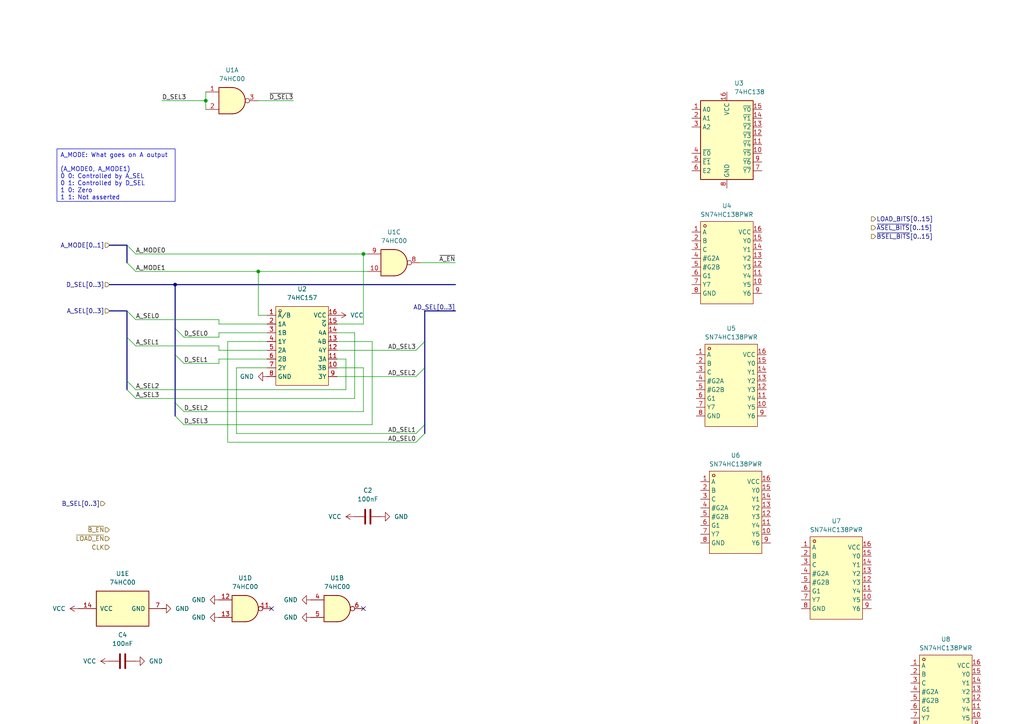
<source format=kicad_sch>
(kicad_sch (version 20250114) (generator "eeschema") (generator_version "9.0")
  (paper "A4")
  (lib_symbols
    (symbol "74xx:74HC00" (pin_names (offset 1.016))
      (property "Reference" "U" (at 0 1.27 0))
      (property "Value" "74HC00" (at 0 -1.27 0))
      (symbol "74HC00_1_1"
        (arc (start 0 3.81) (mid 3.7934 0) (end 0 -3.81) (stroke (width 0.254)) (fill (type background)))
        (polyline (pts (xy 0 3.81) (xy -3.81 3.81) (xy -3.81 -3.81) (xy 0 -3.81)) (stroke (width 0.254)) (fill (type background)))
        (pin input line (at -7.62 2.54 0) (length 3.81) (name "~") (number "1"))
        (pin input line (at -7.62 -2.54 0) (length 3.81) (name "~") (number "2"))
        (pin output inverted (at 7.62 0 180) (length 3.81) (name "~") (number "3"))
      )
      (symbol "74HC00_1_2"
        (arc (start -3.81 3.81) (mid -2.589 0) (end -3.81 -3.81) (stroke (width 0.254)))
        (polyline (pts (xy -3.81 3.81) (xy -0.635 3.81)) (stroke (width 0.254)) (fill (type background)))
        (polyline (pts (xy -3.81 -3.81) (xy -0.635 -3.81)) (stroke (width 0.254)) (fill (type background)))
        (arc (start 3.81 0) (mid 2.1855 -2.584) (end -0.6096 -3.81) (stroke (width 0.254)) (fill (type background)))
        (arc (start -0.6096 3.81) (mid 2.1928 2.5924) (end 3.81 0) (stroke (width 0.254)) (fill (type background)))
        (polyline (pts (xy -0.635 3.81) (xy -3.81 3.81) (xy -3.81 3.81) (xy -3.556 3.4036) (xy -3.0226 2.2606) (xy -2.6924 1.0414) (xy -2.6162 -0.254) (xy -2.7686 -1.4986) (xy -3.175 -2.7178) (xy -3.81 -3.81) (xy -3.81 -3.81) (xy -0.635 -3.81)) (stroke (width -25.4)) (fill (type background)))
        (pin input inverted (at -7.62 2.54 0) (length 4.318) (name "~") (number "1"))
        (pin input inverted (at -7.62 -2.54 0) (length 4.318) (name "~") (number "2"))
        (pin output line (at 7.62 0 180) (length 3.81) (name "~") (number "3"))
      )
      (symbol "74HC00_2_1"
        (arc (start 0 3.81) (mid 3.7934 0) (end 0 -3.81) (stroke (width 0.254)) (fill (type background)))
        (polyline (pts (xy 0 3.81) (xy -3.81 3.81) (xy -3.81 -3.81) (xy 0 -3.81)) (stroke (width 0.254)) (fill (type background)))
        (pin input line (at -7.62 2.54 0) (length 3.81) (name "~") (number "4"))
        (pin input line (at -7.62 -2.54 0) (length 3.81) (name "~") (number "5"))
        (pin output inverted (at 7.62 0 180) (length 3.81) (name "~") (number "6"))
      )
      (symbol "74HC00_2_2"
        (arc (start -3.81 3.81) (mid -2.589 0) (end -3.81 -3.81) (stroke (width 0.254)))
        (polyline (pts (xy -3.81 3.81) (xy -0.635 3.81)) (stroke (width 0.254)) (fill (type background)))
        (polyline (pts (xy -3.81 -3.81) (xy -0.635 -3.81)) (stroke (width 0.254)) (fill (type background)))
        (arc (start 3.81 0) (mid 2.1855 -2.584) (end -0.6096 -3.81) (stroke (width 0.254)) (fill (type background)))
        (arc (start -0.6096 3.81) (mid 2.1928 2.5924) (end 3.81 0) (stroke (width 0.254)) (fill (type background)))
        (polyline (pts (xy -0.635 3.81) (xy -3.81 3.81) (xy -3.81 3.81) (xy -3.556 3.4036) (xy -3.0226 2.2606) (xy -2.6924 1.0414) (xy -2.6162 -0.254) (xy -2.7686 -1.4986) (xy -3.175 -2.7178) (xy -3.81 -3.81) (xy -3.81 -3.81) (xy -0.635 -3.81)) (stroke (width -25.4)) (fill (type background)))
        (pin input inverted (at -7.62 2.54 0) (length 4.318) (name "~") (number "4"))
        (pin input inverted (at -7.62 -2.54 0) (length 4.318) (name "~") (number "5"))
        (pin output line (at 7.62 0 180) (length 3.81) (name "~") (number "6"))
      )
      (symbol "74HC00_3_1"
        (arc (start 0 3.81) (mid 3.7934 0) (end 0 -3.81) (stroke (width 0.254)) (fill (type background)))
        (polyline (pts (xy 0 3.81) (xy -3.81 3.81) (xy -3.81 -3.81) (xy 0 -3.81)) (stroke (width 0.254)) (fill (type background)))
        (pin input line (at -7.62 2.54 0) (length 3.81) (name "~") (number "9"))
        (pin input line (at -7.62 -2.54 0) (length 3.81) (name "~") (number "10"))
        (pin output inverted (at 7.62 0 180) (length 3.81) (name "~") (number "8"))
      )
      (symbol "74HC00_3_2"
        (arc (start -3.81 3.81) (mid -2.589 0) (end -3.81 -3.81) (stroke (width 0.254)))
        (polyline (pts (xy -3.81 3.81) (xy -0.635 3.81)) (stroke (width 0.254)) (fill (type background)))
        (polyline (pts (xy -3.81 -3.81) (xy -0.635 -3.81)) (stroke (width 0.254)) (fill (type background)))
        (arc (start 3.81 0) (mid 2.1855 -2.584) (end -0.6096 -3.81) (stroke (width 0.254)) (fill (type background)))
        (arc (start -0.6096 3.81) (mid 2.1928 2.5924) (end 3.81 0) (stroke (width 0.254)) (fill (type background)))
        (polyline (pts (xy -0.635 3.81) (xy -3.81 3.81) (xy -3.81 3.81) (xy -3.556 3.4036) (xy -3.0226 2.2606) (xy -2.6924 1.0414) (xy -2.6162 -0.254) (xy -2.7686 -1.4986) (xy -3.175 -2.7178) (xy -3.81 -3.81) (xy -3.81 -3.81) (xy -0.635 -3.81)) (stroke (width -25.4)) (fill (type background)))
        (pin input inverted (at -7.62 2.54 0) (length 4.318) (name "~") (number "9"))
        (pin input inverted (at -7.62 -2.54 0) (length 4.318) (name "~") (number "10"))
        (pin output line (at 7.62 0 180) (length 3.81) (name "~") (number "8"))
      )
      (symbol "74HC00_4_1"
        (arc (start 0 3.81) (mid 3.7934 0) (end 0 -3.81) (stroke (width 0.254)) (fill (type background)))
        (polyline (pts (xy 0 3.81) (xy -3.81 3.81) (xy -3.81 -3.81) (xy 0 -3.81)) (stroke (width 0.254)) (fill (type background)))
        (pin input line (at -7.62 2.54 0) (length 3.81) (name "~") (number "12"))
        (pin input line (at -7.62 -2.54 0) (length 3.81) (name "~") (number "13"))
        (pin output inverted (at 7.62 0 180) (length 3.81) (name "~") (number "11"))
      )
      (symbol "74HC00_4_2"
        (arc (start -3.81 3.81) (mid -2.589 0) (end -3.81 -3.81) (stroke (width 0.254)))
        (polyline (pts (xy -3.81 3.81) (xy -0.635 3.81)) (stroke (width 0.254)) (fill (type background)))
        (polyline (pts (xy -3.81 -3.81) (xy -0.635 -3.81)) (stroke (width 0.254)) (fill (type background)))
        (arc (start 3.81 0) (mid 2.1855 -2.584) (end -0.6096 -3.81) (stroke (width 0.254)) (fill (type background)))
        (arc (start -0.6096 3.81) (mid 2.1928 2.5924) (end 3.81 0) (stroke (width 0.254)) (fill (type background)))
        (polyline (pts (xy -0.635 3.81) (xy -3.81 3.81) (xy -3.81 3.81) (xy -3.556 3.4036) (xy -3.0226 2.2606) (xy -2.6924 1.0414) (xy -2.6162 -0.254) (xy -2.7686 -1.4986) (xy -3.175 -2.7178) (xy -3.81 -3.81) (xy -3.81 -3.81) (xy -0.635 -3.81)) (stroke (width -25.4)) (fill (type background)))
        (pin input inverted (at -7.62 2.54 0) (length 4.318) (name "~") (number "12"))
        (pin input inverted (at -7.62 -2.54 0) (length 4.318) (name "~") (number "13"))
        (pin output line (at 7.62 0 180) (length 3.81) (name "~") (number "11"))
      )
      (symbol "74HC00_5_0"
        (pin power_in line (at 0 12.7 270) (length 5.08) (name "VCC") (number "14"))
        (pin power_in line (at 0 -12.7 90) (length 5.08) (name "GND") (number "7"))
      )
      (symbol "74HC00_5_1"
        (rectangle (start -5.08 7.62) (end 5.08 -7.62) (stroke (width 0.254)) (fill (type background)))
      )
    )
    (symbol "74xx:74HC138"
      (property "Reference" "U" (at -7.62 13.97 0))
      (property "Value" "74HC138" (at 2.54 -11.43 0))
      (symbol "74HC138_0_1"
        (rectangle (start -7.62 12.7) (end 7.62 -10.16) (stroke (width 0.254)) (fill (type background)))
      )
      (symbol "74HC138_1_1"
        (pin input line (at -10.16 10.16 0) (length 2.54) (name "A0") (number "1"))
        (pin input line (at -10.16 7.62 0) (length 2.54) (name "A1") (number "2"))
        (pin input line (at -10.16 5.08 0) (length 2.54) (name "A2") (number "3"))
        (pin input line (at -10.16 -2.54 0) (length 2.54) (name "~{E0}") (number "4"))
        (pin input line (at -10.16 -5.08 0) (length 2.54) (name "~{E1}") (number "5"))
        (pin input line (at -10.16 -7.62 0) (length 2.54) (name "E2") (number "6"))
        (pin power_in line (at 0 15.24 270) (length 2.54) (name "VCC") (number "16"))
        (pin power_in line (at 0 -12.7 90) (length 2.54) (name "GND") (number "8"))
        (pin output line (at 10.16 10.16 180) (length 2.54) (name "~{Y0}") (number "15"))
        (pin output line (at 10.16 7.62 180) (length 2.54) (name "~{Y1}") (number "14"))
        (pin output line (at 10.16 5.08 180) (length 2.54) (name "~{Y2}") (number "13"))
        (pin output line (at 10.16 2.54 180) (length 2.54) (name "~{Y3}") (number "12"))
        (pin output line (at 10.16 0 180) (length 2.54) (name "~{Y4}") (number "11"))
        (pin output line (at 10.16 -2.54 180) (length 2.54) (name "~{Y5}") (number "10"))
        (pin output line (at 10.16 -5.08 180) (length 2.54) (name "~{Y6}") (number "9"))
        (pin output line (at 10.16 -7.62 180) (length 2.54) (name "~{Y7}") (number "7"))
      )
    )
    (symbol "Device:C" (pin_numbers (hide yes)) (pin_names (offset 0.254))
      (property "Reference" "C" (at 0.635 2.54 0))
      (property "Value" "C" (at 0.635 -2.54 0))
      (symbol "C_0_1"
        (polyline (pts (xy -2.032 0.762) (xy 2.032 0.762)) (stroke (width 0.508)))
        (polyline (pts (xy -2.032 -0.762) (xy 2.032 -0.762)) (stroke (width 0.508)))
      )
      (symbol "C_1_1"
        (pin passive line (at 0 3.81 270) (length 2.794) (name "~") (number "1"))
        (pin passive line (at 0 -3.81 90) (length 2.794) (name "~") (number "2"))
      )
    )
    (symbol "easyeda2kicad:SN74HC138PWR"
      (property "Reference" "U" (at 0 13.97 0))
      (property "Value" "SN74HC138PWR" (at 0 -13.97 0))
      (symbol "SN74HC138PWR_0_1"
        (rectangle (start -7.62 11.94) (end 7.62 -11.94) (fill (type background)))
        (circle (center -6.35 10.67) (radius 0.38))
        (circle (center -6.35 10.67) (radius 0.38))
        (pin unspecified line (at -10.16 8.89 0) (length 2.54) (name "A") (number "1"))
        (pin unspecified line (at -10.16 6.35 0) (length 2.54) (name "B") (number "2"))
        (pin unspecified line (at -10.16 3.81 0) (length 2.54) (name "C") (number "3"))
        (pin unspecified line (at -10.16 1.27 0) (length 2.54) (name "#G2A") (number "4"))
        (pin unspecified line (at -10.16 -1.27 0) (length 2.54) (name "#G2B") (number "5"))
        (pin unspecified line (at -10.16 -3.81 0) (length 2.54) (name "G1") (number "6"))
        (pin unspecified line (at -10.16 -6.35 0) (length 2.54) (name "Y7") (number "7"))
        (pin unspecified line (at -10.16 -8.89 0) (length 2.54) (name "GND") (number "8"))
        (pin unspecified line (at 10.16 8.89 180) (length 2.54) (name "VCC") (number "16"))
        (pin unspecified line (at 10.16 6.35 180) (length 2.54) (name "Y0") (number "15"))
        (pin unspecified line (at 10.16 3.81 180) (length 2.54) (name "Y1") (number "14"))
        (pin unspecified line (at 10.16 1.27 180) (length 2.54) (name "Y2") (number "13"))
        (pin unspecified line (at 10.16 -1.27 180) (length 2.54) (name "Y3") (number "12"))
        (pin unspecified line (at 10.16 -3.81 180) (length 2.54) (name "Y4") (number "11"))
        (pin unspecified line (at 10.16 -6.35 180) (length 2.54) (name "Y5") (number "10"))
        (pin unspecified line (at 10.16 -8.89 180) (length 2.54) (name "Y6") (number "9"))
      )
    )
    (symbol "easyeda2kicad:SN74HC157PWR_C408973"
      (property "Reference" "U" (at 0 13.97 0))
      (property "Value" "SN74HC157PWR_C408973" (at 0 -13.97 0))
      (symbol "SN74HC157PWR_C408973_0_1"
        (rectangle (start -7.62 11.43) (end 7.62 -11.43) (fill (type background)))
        (circle (center -6.35 10.16) (radius 0.38))
        (pin unspecified line (at -10.16 8.89 0) (length 2.54) (name "~{A}/B") (number "1"))
        (pin unspecified line (at -10.16 6.35 0) (length 2.54) (name "1A") (number "2"))
        (pin unspecified line (at -10.16 3.81 0) (length 2.54) (name "1B") (number "3"))
        (pin unspecified line (at -10.16 1.27 0) (length 2.54) (name "1Y") (number "4"))
        (pin unspecified line (at -10.16 -1.27 0) (length 2.54) (name "2A") (number "5"))
        (pin unspecified line (at -10.16 -3.81 0) (length 2.54) (name "2B") (number "6"))
        (pin unspecified line (at -10.16 -6.35 0) (length 2.54) (name "2Y") (number "7"))
        (pin unspecified line (at -10.16 -8.89 0) (length 2.54) (name "GND") (number "8"))
        (pin unspecified line (at 10.16 8.89 180) (length 2.54) (name "VCC") (number "16"))
        (pin unspecified line (at 10.16 6.35 180) (length 2.54) (name "~{G}") (number "15"))
        (pin unspecified line (at 10.16 3.81 180) (length 2.54) (name "4A") (number "14"))
        (pin unspecified line (at 10.16 1.27 180) (length 2.54) (name "4B") (number "13"))
        (pin unspecified line (at 10.16 -1.27 180) (length 2.54) (name "4Y") (number "12"))
        (pin unspecified line (at 10.16 -3.81 180) (length 2.54) (name "3A") (number "11"))
        (pin unspecified line (at 10.16 -6.35 180) (length 2.54) (name "3B") (number "10"))
        (pin unspecified line (at 10.16 -8.89 180) (length 2.54) (name "3Y") (number "9"))
      )
    )
    (symbol "power:GND" (power) (pin_numbers (hide yes)) (pin_names (offset 0) (hide yes))
      (property "Value" "GND" (at 0 -3.81 0))
      (symbol "GND_0_1"
        (polyline (pts (xy 0 0) (xy 0 -1.27) (xy 1.27 -1.27) (xy 0 -2.54) (xy -1.27 -1.27) (xy 0 -1.27)))
      )
      (symbol "GND_1_1"
        (pin power_in line (at 0 0 270) (length 0) (name "~") (number "1"))
      )
    )
    (symbol "power:VCC" (power) (pin_numbers (hide yes)) (pin_names (offset 0) (hide yes))
      (property "Value" "VCC" (at 0 3.556 0))
      (symbol "VCC_0_1"
        (polyline (pts (xy -0.762 1.27) (xy 0 2.54)))
        (polyline (pts (xy 0 2.54) (xy 0.762 1.27)))
        (polyline (pts (xy 0 0) (xy 0 2.54)))
      )
      (symbol "VCC_1_1"
        (pin power_in line (at 0 0 90) (length 0) (name "~") (number "1"))
      )
    )
  )
  (text_box "A_MODE: What goes on A output\n\n(A_MODE0, A_MODE1)\n0 0: Controlled by A_SEL\n0 1: Controlled by D_SEL\n1 0: Zero\n1 1: Not asserted" (at 16.51 43.18 0) (size 34.29 15.24) (margins 0.9525 0.9525 0.9525 0.9525) (effects (font (size 1.27 1.27)) (justify left top)))
  (junction (at 74.93 78.74))
  (junction (at 105.41 73.66))
  (junction (at 50.8 82.55))
  (junction (at 59.69 29.21))
  (no_connect (at 105.41 176.53))
  (no_connect (at 78.74 176.53))
  (bus_entry (at 50.8 116.84) (size 2.54 2.54))
  (bus_entry (at 36.83 97.79) (size 2.54 2.54))
  (bus_entry (at 50.8 95.25) (size 2.54 2.54))
  (bus_entry (at 120.65 128.27) (size 2.54 -2.54))
  (bus_entry (at 120.65 109.22) (size 2.54 -2.54))
  (bus_entry (at 50.8 120.65) (size 2.54 2.54))
  (bus_entry (at 36.83 71.12) (size 2.54 2.54))
  (bus_entry (at 120.65 125.73) (size 2.54 -2.54))
  (bus_entry (at 36.83 90.17) (size 2.54 2.54))
  (bus_entry (at 50.8 102.87) (size 2.54 2.54))
  (bus_entry (at 36.83 113.03) (size 2.54 2.54))
  (bus_entry (at 36.83 76.2) (size 2.54 2.54))
  (bus_entry (at 120.65 101.6) (size 2.54 -2.54))
  (bus_entry (at 36.83 110.49) (size 2.54 2.54))
  (bus (pts (xy 123.19 106.68) (xy 123.19 99.06)))
  (wire (pts (xy 39.37 113.03) (xy 100.33 113.03)))
  (wire (pts (xy 66.04 99.06) (xy 66.04 128.27)))
  (wire (pts (xy 39.37 92.71) (xy 63.5 92.71)))
  (wire (pts (xy 105.41 119.38) (xy 105.41 106.68)))
  (wire (pts (xy 100.33 113.03) (xy 100.33 104.14)))
  (wire (pts (xy 97.79 109.22) (xy 120.65 109.22)))
  (bus (pts (xy 31.75 90.17) (xy 36.83 90.17)))
  (bus (pts (xy 50.8 82.55) (xy 132.08 82.55)))
  (wire (pts (xy 74.93 29.21) (xy 85.09 29.21)))
  (wire (pts (xy 100.33 104.14) (xy 97.79 104.14)))
  (wire (pts (xy 63.5 101.6) (xy 63.5 100.33)))
  (wire (pts (xy 39.37 78.74) (xy 74.93 78.74)))
  (wire (pts (xy 53.34 97.79) (xy 63.5 97.79)))
  (wire (pts (xy 102.87 96.52) (xy 102.87 115.57)))
  (bus (pts (xy 31.75 82.55) (xy 50.8 82.55)))
  (bus (pts (xy 123.19 90.17) (xy 123.19 99.06)))
  (bus (pts (xy 50.8 102.87) (xy 50.8 116.84)))
  (bus (pts (xy 132.08 90.17) (xy 123.19 90.17)))
  (wire (pts (xy 63.5 93.98) (xy 63.5 92.71)))
  (wire (pts (xy 59.69 29.21) (xy 59.69 31.75)))
  (bus (pts (xy 50.8 95.25) (xy 50.8 102.87)))
  (wire (pts (xy 53.34 105.41) (xy 63.5 105.41)))
  (wire (pts (xy 53.34 119.38) (xy 105.41 119.38)))
  (wire (pts (xy 63.5 104.14) (xy 63.5 105.41)))
  (wire (pts (xy 105.41 93.98) (xy 97.79 93.98)))
  (bus (pts (xy 123.19 106.68) (xy 123.19 123.19)))
  (wire (pts (xy 63.5 96.52) (xy 77.47 96.52)))
  (wire (pts (xy 74.93 78.74) (xy 74.93 91.44)))
  (bus (pts (xy 123.19 123.19) (xy 123.19 125.73)))
  (wire (pts (xy 48.26 176.53) (xy 46.99 176.53)))
  (wire (pts (xy 105.41 73.66) (xy 105.41 93.98)))
  (wire (pts (xy 74.93 91.44) (xy 77.47 91.44)))
  (wire (pts (xy 97.79 101.6) (xy 120.65 101.6)))
  (wire (pts (xy 121.92 76.2) (xy 132.08 76.2)))
  (wire (pts (xy 63.5 93.98) (xy 77.47 93.98)))
  (wire (pts (xy 77.47 106.68) (xy 68.58 106.68)))
  (wire (pts (xy 107.95 99.06) (xy 97.79 99.06)))
  (wire (pts (xy 63.5 97.79) (xy 63.5 96.52)))
  (bus (pts (xy 50.8 82.55) (xy 50.8 95.25)))
  (bus (pts (xy 36.83 90.17) (xy 36.83 97.79)))
  (wire (pts (xy 105.41 73.66) (xy 106.68 73.66)))
  (wire (pts (xy 97.79 96.52) (xy 102.87 96.52)))
  (bus (pts (xy 36.83 110.49) (xy 36.83 113.03)))
  (wire (pts (xy 68.58 125.73) (xy 120.65 125.73)))
  (wire (pts (xy 74.93 78.74) (xy 106.68 78.74)))
  (wire (pts (xy 39.37 73.66) (xy 105.41 73.66)))
  (wire (pts (xy 39.37 115.57) (xy 102.87 115.57)))
  (wire (pts (xy 53.34 123.19) (xy 107.95 123.19)))
  (wire (pts (xy 59.69 26.67) (xy 59.69 29.21)))
  (wire (pts (xy 77.47 104.14) (xy 63.5 104.14)))
  (wire (pts (xy 77.47 99.06) (xy 66.04 99.06)))
  (wire (pts (xy 63.5 101.6) (xy 77.47 101.6)))
  (wire (pts (xy 66.04 128.27) (xy 120.65 128.27)))
  (wire (pts (xy 68.58 106.68) (xy 68.58 125.73)))
  (wire (pts (xy 46.99 29.21) (xy 59.69 29.21)))
  (bus (pts (xy 31.75 71.12) (xy 36.83 71.12)))
  (bus (pts (xy 36.83 97.79) (xy 36.83 110.49)))
  (wire (pts (xy 105.41 106.68) (xy 97.79 106.68)))
  (wire (pts (xy 107.95 123.19) (xy 107.95 99.06)))
  (wire (pts (xy 39.37 100.33) (xy 63.5 100.33)))
  (bus (pts (xy 50.8 116.84) (xy 50.8 120.65)))
  (bus (pts (xy 36.83 71.12) (xy 36.83 76.2)))
  (label "A_SEL3" (at 39.37 115.57 0))
  (label "AD_SEL2" (at 120.65 109.22 180))
  (label "~{A_EN}" (at 132.08 76.2 180))
  (label "A_SEL1" (at 39.37 100.33 0))
  (label "D_SEL3" (at 46.99 29.21 0))
  (label "~{D_SEL3}" (at 85.09 29.21 180))
  (label "D_SEL3" (at 53.34 123.19 0))
  (label "A_SEL0" (at 39.37 92.71 0))
  (label "AD_SEL0" (at 120.65 128.27 180))
  (label "D_SEL0" (at 53.34 97.79 0))
  (label "A_MODE0" (at 39.37 73.66 0))
  (label "AD_SEL[0..3]" (at 132.08 90.17 180))
  (label "D_SEL2" (at 53.34 119.38 0))
  (label "A_SEL2" (at 39.37 113.03 0))
  (label "D_SEL1" (at 53.34 105.41 0))
  (label "AD_SEL1" (at 120.65 125.73 180))
  (label "A_MODE1" (at 39.37 78.74 0))
  (label "AD_SEL3" (at 120.65 101.6 180))
  (hierarchical_label "~{BSEL_BITS}[0..15]" (shape output) (at 252.73 68.58 0))
  (hierarchical_label "~{B_EN}" (shape input) (at 31.75 153.67 180))
  (hierarchical_label "LOAD_BITS[0..15]" (shape output) (at 252.73 63.5 0))
  (hierarchical_label "B_SEL[0..3]" (shape input) (at 30.48 146.05 180))
  (hierarchical_label "CLK" (shape input) (at 31.75 158.75 180))
  (hierarchical_label "A_MODE[0..1]" (shape input) (at 31.75 71.12 180))
  (hierarchical_label "~{LOAD_EN}" (shape input) (at 31.75 156.21 180))
  (hierarchical_label "A_SEL[0..3]" (shape input) (at 31.75 90.17 180))
  (hierarchical_label "~{ASEL_BITS}[0..15]" (shape output) (at 252.73 66.04 0))
  (hierarchical_label "D_SEL[0..3]" (shape input) (at 31.75 82.55 180))
  (symbol (lib_id "74xx:74HC00") (at 35.56 176.53 90) (unit 5)
    (property "Reference" "U1" (at 35.56 166.37 90))
    (property "Value" "74HC00" (at 35.56 168.91 90))
    (property "Datasheet" "http://www.ti.com/lit/gpn/sn74hc00" (effects (hide yes)))
    (property "Description" "quad 2-input NAND gate" (effects (hide yes)))
    (instances (project "register_board" (path "" (reference "U1") (unit 5)) (path "" (reference "U11") (unit 5))))
  )
  (symbol (lib_id "power:VCC") (at 102.87 149.86 90) (unit 1)
    (property "Reference" "#PWR09" (effects (hide yes)))
    (property "Value" "VCC" (at 99.06 149.8599 90) (effects (justify left)))
    (property "Description" "Power symbol creates a global label with name \"VCC\"" (effects (hide yes)))
    (instances (project "register_board" (path "" (reference "#PWR09") (unit 1)) (path "" (reference "#PWR020") (unit 1))))
  )
  (symbol (lib_id "74xx:74HC00") (at 114.3 76.2 0) (unit 3)
    (property "Reference" "U1" (at 114.2917 67.31 0))
    (property "Value" "74HC00" (at 114.2917 69.85 0))
    (property "Datasheet" "http://www.ti.com/lit/gpn/sn74hc00" (effects (hide yes)))
    (property "Description" "quad 2-input NAND gate" (effects (hide yes)))
    (instances (project "register_board" (path "" (reference "U1") (unit 3)) (path "" (reference "U11") (unit 3))))
  )
  (symbol (lib_id "easyeda2kicad:SN74HC138PWR") (at 242.57 167.64 0) (unit 1)
    (property "Reference" "U7" (at 242.57 151.13 0))
    (property "Value" "SN74HC138PWR" (at 242.57 153.67 0))
    (property "Footprint" "easyeda2kicad:TSSOP-16_L5.0-W4.4-P0.65-LS6.4-BL" (effects (hide yes)))
    (property "Datasheet" "https://lcsc.com/product-detail/74-Series_TI_SN74HC138PWR_SN74HC138PWR_C157527.html" (effects (hide yes)))
    (property "LCSC Part" "C157527" (effects (hide yes)))
    (instances (project "register_board" (path "" (reference "U7") (unit 1)) (path "" (reference "U17") (unit 1))))
  )
  (symbol (lib_id "74xx:74HC00") (at 97.79 176.53 0) (unit 2)
    (property "Reference" "U1" (at 97.7817 167.64 0))
    (property "Value" "74HC00" (at 97.7817 170.18 0))
    (property "Datasheet" "http://www.ti.com/lit/gpn/sn74hc00" (effects (hide yes)))
    (property "Description" "quad 2-input NAND gate" (effects (hide yes)))
    (instances (project "register_board" (path "" (reference "U1") (unit 2)) (path "" (reference "U11") (unit 2))))
  )
  (symbol (lib_id "74xx:74HC00") (at 71.12 176.53 0) (unit 4)
    (property "Reference" "U1" (at 71.1117 167.64 0))
    (property "Value" "74HC00" (at 71.1117 170.18 0))
    (property "Datasheet" "http://www.ti.com/lit/gpn/sn74hc00" (effects (hide yes)))
    (property "Description" "quad 2-input NAND gate" (effects (hide yes)))
    (instances (project "register_board" (path "" (reference "U1") (unit 4)) (path "" (reference "U11") (unit 4))))
  )
  (symbol (lib_id "power:GND") (at 63.5 173.99 270) (unit 1)
    (property "Reference" "#PWR" (effects (hide yes)))
    (property "Value" "GND" (at 59.69 173.9899 90) (effects (justify right)))
    (property "Description" "Power symbol creates a global label with name \"GND\" , ground" (effects (hide yes)))
    (instances (project "register_board" (path "" (reference "#PWR04") (unit 1))))
  )
  (symbol (lib_id "power:GND") (at 110.49 149.86 90) (unit 1)
    (property "Reference" "#PWR010" (effects (hide yes)))
    (property "Value" "GND" (at 114.3 149.8599 90) (effects (justify right)))
    (property "Description" "Power symbol creates a global label with name \"GND\" , ground" (effects (hide yes)))
    (instances (project "register_board" (path "" (reference "#PWR010") (unit 1)) (path "" (reference "#PWR021") (unit 1))))
  )
  (symbol (lib_id "power:GND") (at 46.99 176.53 90) (unit 1)
    (property "Reference" "#PWR07" (effects (hide yes)))
    (property "Value" "GND" (at 50.8 176.5299 90) (effects (justify right)))
    (property "Description" "Power symbol creates a global label with name \"GND\" , ground" (effects (hide yes)))
    (instances (project "register_board" (path "" (reference "#PWR07") (unit 1)) (path "" (reference "#PWR016") (unit 1))))
  )
  (symbol (lib_id "power:VCC") (at 31.75 191.77 90) (unit 1)
    (property "Reference" "#PWR05" (effects (hide yes)))
    (property "Value" "VCC" (at 27.94 191.7699 90) (effects (justify left)))
    (property "Description" "Power symbol creates a global label with name \"VCC\"" (effects (hide yes)))
    (instances (project "register_board" (path "" (reference "#PWR05") (unit 1)) (path "" (reference "#PWR014") (unit 1))))
  )
  (symbol (lib_id "power:VCC") (at 97.79 91.44 270) (unit 1)
    (property "Reference" "#PWR012" (effects (hide yes)))
    (property "Value" "VCC" (at 101.6 91.4401 90) (effects (justify left)))
    (property "Description" "Power symbol creates a global label with name \"VCC\"" (effects (hide yes)))
    (instances (project "register_board" (path "" (reference "#PWR012") (unit 1)) (path "" (reference "#PWR019") (unit 1))))
  )
  (symbol (lib_id "easyeda2kicad:SN74HC138PWR") (at 213.36 148.59 0) (unit 1)
    (property "Reference" "U6" (at 213.36 132.08 0))
    (property "Value" "SN74HC138PWR" (at 213.36 134.62 0))
    (property "Footprint" "easyeda2kicad:TSSOP-16_L5.0-W4.4-P0.65-LS6.4-BL" (effects (hide yes)))
    (property "Datasheet" "https://lcsc.com/product-detail/74-Series_TI_SN74HC138PWR_SN74HC138PWR_C157527.html" (effects (hide yes)))
    (property "LCSC Part" "C157527" (effects (hide yes)))
    (instances (project "register_board" (path "" (reference "U6") (unit 1)) (path "" (reference "U16") (unit 1))))
  )
  (symbol (lib_id "power:GND") (at 90.17 173.99 270) (unit 1)
    (property "Reference" "#PWR022" (effects (hide yes)))
    (property "Value" "GND" (at 86.36 173.9899 90) (effects (justify right)))
    (property "Description" "Power symbol creates a global label with name \"GND\" , ground" (effects (hide yes)))
    (instances (project "register_board" (path "" (reference "#PWR022") (unit 1)) (path "" (reference "#PWR023") (unit 1))))
  )
  (symbol (lib_id "power:GND") (at 63.5 179.07 270) (unit 1)
    (property "Reference" "#PWR02" (effects (hide yes)))
    (property "Value" "GND" (at 59.69 179.0699 90) (effects (justify right)))
    (property "Description" "Power symbol creates a global label with name \"GND\" , ground" (effects (hide yes)))
    (instances (project "register_board" (path "" (reference "#PWR02") (unit 1)) (path "" (reference "#PWR017") (unit 1))))
  )
  (symbol (lib_id "easyeda2kicad:SN74HC138PWR") (at 274.32 201.93 0) (unit 1)
    (property "Reference" "U8" (at 274.32 185.42 0))
    (property "Value" "SN74HC138PWR" (at 274.32 187.96 0))
    (property "Footprint" "easyeda2kicad:TSSOP-16_L5.0-W4.4-P0.65-LS6.4-BL" (effects (hide yes)))
    (property "Datasheet" "https://lcsc.com/product-detail/74-Series_TI_SN74HC138PWR_SN74HC138PWR_C157527.html" (effects (hide yes)))
    (property "LCSC Part" "C157527" (effects (hide yes)))
    (instances (project "register_board" (path "" (reference "U8") (unit 1)) (path "" (reference "U18") (unit 1))))
  )
  (symbol (lib_id "easyeda2kicad:SN74HC138PWR") (at 210.82 76.2 0) (unit 1)
    (property "Reference" "U4" (at 210.82 59.69 0))
    (property "Value" "SN74HC138PWR" (at 210.82 62.23 0))
    (property "Footprint" "easyeda2kicad:TSSOP-16_L5.0-W4.4-P0.65-LS6.4-BL" (effects (hide yes)))
    (property "Datasheet" "https://lcsc.com/product-detail/74-Series_TI_SN74HC138PWR_SN74HC138PWR_C157527.html" (effects (hide yes)))
    (property "LCSC Part" "C157527" (effects (hide yes)))
    (instances (project "register_board" (path "" (reference "U4") (unit 1)) (path "" (reference "U14") (unit 1))))
  )
  (symbol (lib_id "power:GND") (at 77.47 109.22 270) (unit 1)
    (property "Reference" "#PWR011" (effects (hide yes)))
    (property "Value" "GND" (at 73.66 109.2199 90) (effects (justify right)))
    (property "Description" "Power symbol creates a global label with name \"GND\" , ground" (effects (hide yes)))
    (instances (project "register_board" (path "" (reference "#PWR011") (unit 1)) (path "" (reference "#PWR018") (unit 1))))
  )
  (symbol (lib_id "Device:C") (at 106.68 149.86 90) (unit 1)
    (property "Reference" "C2" (at 106.68 142.24 90))
    (property "Value" "100nF" (at 106.68 144.78 90))
    (property "Description" "Unpolarized capacitor" (effects (hide yes)))
    (instances (project "register_board" (path "" (reference "C2") (unit 1)) (path "" (reference "C5") (unit 1))))
  )
  (symbol (lib_id "power:GND") (at 90.17 179.07 270) (unit 1)
    (property "Reference" "#PWR024" (effects (hide yes)))
    (property "Value" "GND" (at 86.36 179.0699 90) (effects (justify right)))
    (property "Description" "Power symbol creates a global label with name \"GND\" , ground" (effects (hide yes)))
    (instances (project "register_board" (path "" (reference "#PWR024") (unit 1)) (path "" (reference "#PWR025") (unit 1))))
  )
  (symbol (lib_id "74xx:74HC138") (at 210.82 41.91 0) (unit 1)
    (property "Reference" "U3" (at 212.9633 24.13 0) (effects (justify left)))
    (property "Value" "74HC138" (at 212.9633 26.67 0) (effects (justify left)))
    (property "Datasheet" "http://www.ti.com/lit/ds/symlink/cd74hc238.pdf" (effects (hide yes)))
    (property "Description" "3-to-8 line decoder/multiplexer inverting, DIP-16/SOIC-16/SSOP-16" (effects (hide yes)))
    (instances (project "register_board" (path "" (reference "U3") (unit 1)) (path "" (reference "U13") (unit 1))))
  )
  (symbol (lib_id "power:GND") (at 39.37 191.77 90) (unit 1)
    (property "Reference" "#PWR06" (effects (hide yes)))
    (property "Value" "GND" (at 43.18 191.7699 90) (effects (justify right)))
    (property "Description" "Power symbol creates a global label with name \"GND\" , ground" (effects (hide yes)))
    (instances (project "register_board" (path "" (reference "#PWR06") (unit 1)) (path "" (reference "#PWR015") (unit 1))))
  )
  (symbol (lib_id "power:VCC") (at 22.86 176.53 90) (unit 1)
    (property "Reference" "#PWR08" (effects (hide yes)))
    (property "Value" "VCC" (at 19.05 176.5299 90) (effects (justify left)))
    (property "Description" "Power symbol creates a global label with name \"VCC\"" (effects (hide yes)))
    (instances (project "register_board" (path "" (reference "#PWR08") (unit 1)) (path "" (reference "#PWR013") (unit 1))))
  )
  (symbol (lib_id "Device:C") (at 35.56 191.77 90) (unit 1)
    (property "Reference" "C" (at 35.56 184.15 90))
    (property "Value" "100nF" (at 35.56 186.69 90))
    (property "Description" "Unpolarized capacitor" (effects (hide yes)))
    (instances (project "register_board" (path "" (reference "C4") (unit 1))))
  )
  (symbol (lib_id "easyeda2kicad:SN74HC157PWR_C408973") (at 87.63 100.33 0) (unit 1)
    (property "Reference" "U2" (at 87.63 83.82 0))
    (property "Value" "74HC157" (at 87.63 86.36 0))
    (property "Footprint" "easyeda2kicad:TSSOP-16_L5.0-W4.4-P0.65-LS6.4-BL" (effects (hide yes)))
    (property "Datasheet" "https://lcsc.com/product-detail/74-Series_Texas-Instruments-TI-SN74HC157PWR_C408973.html" (effects (hide yes)))
    (property "LCSC Part" "C408973" (effects (hide yes)))
    (instances (project "register_board" (path "" (reference "U2") (unit 1)) (path "" (reference "U12") (unit 1))))
  )
  (symbol (lib_id "74xx:74HC00") (at 67.31 29.21 0) (unit 1)
    (property "Reference" "U1" (at 67.3017 20.32 0))
    (property "Value" "74HC00" (at 67.3017 22.86 0))
    (property "Datasheet" "http://www.ti.com/lit/gpn/sn74hc00" (effects (hide yes)))
    (property "Description" "quad 2-input NAND gate" (effects (hide yes)))
    (instances (project "register_board" (path "" (reference "U1") (unit 1)) (path "" (reference "U11") (unit 1))))
  )
  (symbol (lib_id "easyeda2kicad:SN74HC138PWR") (at 212.09 111.76 0) (unit 1)
    (property "Reference" "U5" (at 212.09 95.25 0))
    (property "Value" "SN74HC138PWR" (at 212.09 97.79 0))
    (property "Footprint" "easyeda2kicad:TSSOP-16_L5.0-W4.4-P0.65-LS6.4-BL" (effects (hide yes)))
    (property "Datasheet" "https://lcsc.com/product-detail/74-Series_TI_SN74HC138PWR_SN74HC138PWR_C157527.html" (effects (hide yes)))
    (property "LCSC Part" "C157527" (effects (hide yes)))
    (instances (project "register_board" (path "" (reference "U5") (unit 1)) (path "" (reference "U15") (unit 1))))
  )
)
</source>
